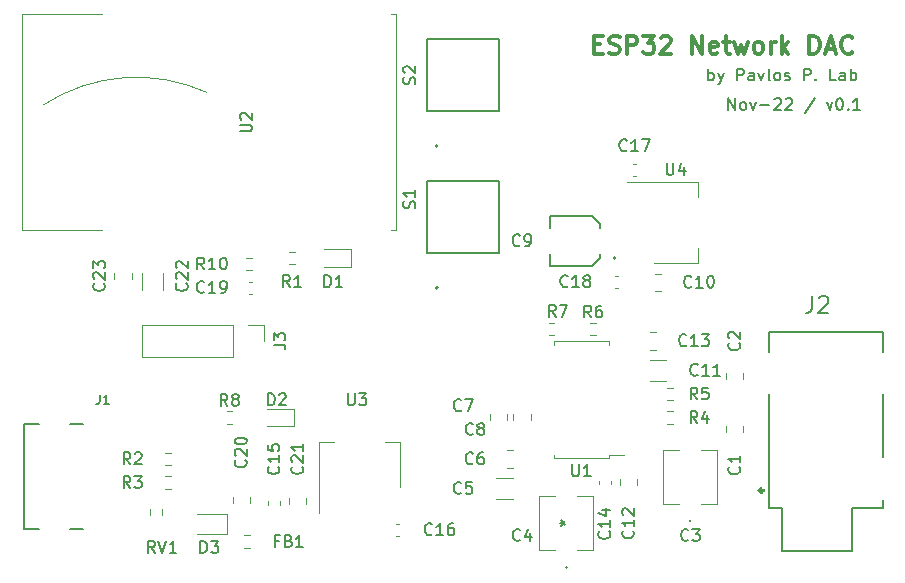
<source format=gbr>
%TF.GenerationSoftware,KiCad,Pcbnew,(6.0.8-1)-1*%
%TF.CreationDate,2022-11-20T20:32:36+00:00*%
%TF.ProjectId,esp32-network-dac,65737033-322d-46e6-9574-776f726b2d64,0.1*%
%TF.SameCoordinates,Original*%
%TF.FileFunction,Legend,Top*%
%TF.FilePolarity,Positive*%
%FSLAX46Y46*%
G04 Gerber Fmt 4.6, Leading zero omitted, Abs format (unit mm)*
G04 Created by KiCad (PCBNEW (6.0.8-1)-1) date 2022-11-20 20:32:36*
%MOMM*%
%LPD*%
G01*
G04 APERTURE LIST*
%ADD10C,0.150000*%
%ADD11C,0.300000*%
%ADD12C,0.120000*%
%ADD13C,0.127000*%
%ADD14C,0.340000*%
%ADD15C,0.200000*%
G04 APERTURE END LIST*
D10*
X152261904Y-79952380D02*
X152261904Y-78952380D01*
X152261904Y-79333333D02*
X152357142Y-79285714D01*
X152547619Y-79285714D01*
X152642857Y-79333333D01*
X152690476Y-79380952D01*
X152738095Y-79476190D01*
X152738095Y-79761904D01*
X152690476Y-79857142D01*
X152642857Y-79904761D01*
X152547619Y-79952380D01*
X152357142Y-79952380D01*
X152261904Y-79904761D01*
X153071428Y-79285714D02*
X153309523Y-79952380D01*
X153547619Y-79285714D02*
X153309523Y-79952380D01*
X153214285Y-80190476D01*
X153166666Y-80238095D01*
X153071428Y-80285714D01*
X154690476Y-79952380D02*
X154690476Y-78952380D01*
X155071428Y-78952380D01*
X155166666Y-79000000D01*
X155214285Y-79047619D01*
X155261904Y-79142857D01*
X155261904Y-79285714D01*
X155214285Y-79380952D01*
X155166666Y-79428571D01*
X155071428Y-79476190D01*
X154690476Y-79476190D01*
X156119047Y-79952380D02*
X156119047Y-79428571D01*
X156071428Y-79333333D01*
X155976190Y-79285714D01*
X155785714Y-79285714D01*
X155690476Y-79333333D01*
X156119047Y-79904761D02*
X156023809Y-79952380D01*
X155785714Y-79952380D01*
X155690476Y-79904761D01*
X155642857Y-79809523D01*
X155642857Y-79714285D01*
X155690476Y-79619047D01*
X155785714Y-79571428D01*
X156023809Y-79571428D01*
X156119047Y-79523809D01*
X156500000Y-79285714D02*
X156738095Y-79952380D01*
X156976190Y-79285714D01*
X157500000Y-79952380D02*
X157404761Y-79904761D01*
X157357142Y-79809523D01*
X157357142Y-78952380D01*
X158023809Y-79952380D02*
X157928571Y-79904761D01*
X157880952Y-79857142D01*
X157833333Y-79761904D01*
X157833333Y-79476190D01*
X157880952Y-79380952D01*
X157928571Y-79333333D01*
X158023809Y-79285714D01*
X158166666Y-79285714D01*
X158261904Y-79333333D01*
X158309523Y-79380952D01*
X158357142Y-79476190D01*
X158357142Y-79761904D01*
X158309523Y-79857142D01*
X158261904Y-79904761D01*
X158166666Y-79952380D01*
X158023809Y-79952380D01*
X158738095Y-79904761D02*
X158833333Y-79952380D01*
X159023809Y-79952380D01*
X159119047Y-79904761D01*
X159166666Y-79809523D01*
X159166666Y-79761904D01*
X159119047Y-79666666D01*
X159023809Y-79619047D01*
X158880952Y-79619047D01*
X158785714Y-79571428D01*
X158738095Y-79476190D01*
X158738095Y-79428571D01*
X158785714Y-79333333D01*
X158880952Y-79285714D01*
X159023809Y-79285714D01*
X159119047Y-79333333D01*
X160357142Y-79952380D02*
X160357142Y-78952380D01*
X160738095Y-78952380D01*
X160833333Y-79000000D01*
X160880952Y-79047619D01*
X160928571Y-79142857D01*
X160928571Y-79285714D01*
X160880952Y-79380952D01*
X160833333Y-79428571D01*
X160738095Y-79476190D01*
X160357142Y-79476190D01*
X161357142Y-79857142D02*
X161404761Y-79904761D01*
X161357142Y-79952380D01*
X161309523Y-79904761D01*
X161357142Y-79857142D01*
X161357142Y-79952380D01*
X163071428Y-79952380D02*
X162595238Y-79952380D01*
X162595238Y-78952380D01*
X163833333Y-79952380D02*
X163833333Y-79428571D01*
X163785714Y-79333333D01*
X163690476Y-79285714D01*
X163500000Y-79285714D01*
X163404761Y-79333333D01*
X163833333Y-79904761D02*
X163738095Y-79952380D01*
X163500000Y-79952380D01*
X163404761Y-79904761D01*
X163357142Y-79809523D01*
X163357142Y-79714285D01*
X163404761Y-79619047D01*
X163500000Y-79571428D01*
X163738095Y-79571428D01*
X163833333Y-79523809D01*
X164309523Y-79952380D02*
X164309523Y-78952380D01*
X164309523Y-79333333D02*
X164404761Y-79285714D01*
X164595238Y-79285714D01*
X164690476Y-79333333D01*
X164738095Y-79380952D01*
X164785714Y-79476190D01*
X164785714Y-79761904D01*
X164738095Y-79857142D01*
X164690476Y-79904761D01*
X164595238Y-79952380D01*
X164404761Y-79952380D01*
X164309523Y-79904761D01*
X153952380Y-82452380D02*
X153952380Y-81452380D01*
X154523809Y-82452380D01*
X154523809Y-81452380D01*
X155142857Y-82452380D02*
X155047619Y-82404761D01*
X155000000Y-82357142D01*
X154952380Y-82261904D01*
X154952380Y-81976190D01*
X155000000Y-81880952D01*
X155047619Y-81833333D01*
X155142857Y-81785714D01*
X155285714Y-81785714D01*
X155380952Y-81833333D01*
X155428571Y-81880952D01*
X155476190Y-81976190D01*
X155476190Y-82261904D01*
X155428571Y-82357142D01*
X155380952Y-82404761D01*
X155285714Y-82452380D01*
X155142857Y-82452380D01*
X155809523Y-81785714D02*
X156047619Y-82452380D01*
X156285714Y-81785714D01*
X156666666Y-82071428D02*
X157428571Y-82071428D01*
X157857142Y-81547619D02*
X157904761Y-81500000D01*
X158000000Y-81452380D01*
X158238095Y-81452380D01*
X158333333Y-81500000D01*
X158380952Y-81547619D01*
X158428571Y-81642857D01*
X158428571Y-81738095D01*
X158380952Y-81880952D01*
X157809523Y-82452380D01*
X158428571Y-82452380D01*
X158809523Y-81547619D02*
X158857142Y-81500000D01*
X158952380Y-81452380D01*
X159190476Y-81452380D01*
X159285714Y-81500000D01*
X159333333Y-81547619D01*
X159380952Y-81642857D01*
X159380952Y-81738095D01*
X159333333Y-81880952D01*
X158761904Y-82452380D01*
X159380952Y-82452380D01*
X161285714Y-81404761D02*
X160428571Y-82690476D01*
X162285714Y-81785714D02*
X162523809Y-82452380D01*
X162761904Y-81785714D01*
X163333333Y-81452380D02*
X163428571Y-81452380D01*
X163523809Y-81500000D01*
X163571428Y-81547619D01*
X163619047Y-81642857D01*
X163666666Y-81833333D01*
X163666666Y-82071428D01*
X163619047Y-82261904D01*
X163571428Y-82357142D01*
X163523809Y-82404761D01*
X163428571Y-82452380D01*
X163333333Y-82452380D01*
X163238095Y-82404761D01*
X163190476Y-82357142D01*
X163142857Y-82261904D01*
X163095238Y-82071428D01*
X163095238Y-81833333D01*
X163142857Y-81642857D01*
X163190476Y-81547619D01*
X163238095Y-81500000D01*
X163333333Y-81452380D01*
X164095238Y-82357142D02*
X164142857Y-82404761D01*
X164095238Y-82452380D01*
X164047619Y-82404761D01*
X164095238Y-82357142D01*
X164095238Y-82452380D01*
X165095238Y-82452380D02*
X164523809Y-82452380D01*
X164809523Y-82452380D02*
X164809523Y-81452380D01*
X164714285Y-81595238D01*
X164619047Y-81690476D01*
X164523809Y-81738095D01*
D11*
X142607142Y-76892857D02*
X143107142Y-76892857D01*
X143321428Y-77678571D02*
X142607142Y-77678571D01*
X142607142Y-76178571D01*
X143321428Y-76178571D01*
X143892857Y-77607142D02*
X144107142Y-77678571D01*
X144464285Y-77678571D01*
X144607142Y-77607142D01*
X144678571Y-77535714D01*
X144750000Y-77392857D01*
X144750000Y-77250000D01*
X144678571Y-77107142D01*
X144607142Y-77035714D01*
X144464285Y-76964285D01*
X144178571Y-76892857D01*
X144035714Y-76821428D01*
X143964285Y-76750000D01*
X143892857Y-76607142D01*
X143892857Y-76464285D01*
X143964285Y-76321428D01*
X144035714Y-76250000D01*
X144178571Y-76178571D01*
X144535714Y-76178571D01*
X144750000Y-76250000D01*
X145392857Y-77678571D02*
X145392857Y-76178571D01*
X145964285Y-76178571D01*
X146107142Y-76250000D01*
X146178571Y-76321428D01*
X146250000Y-76464285D01*
X146250000Y-76678571D01*
X146178571Y-76821428D01*
X146107142Y-76892857D01*
X145964285Y-76964285D01*
X145392857Y-76964285D01*
X146750000Y-76178571D02*
X147678571Y-76178571D01*
X147178571Y-76750000D01*
X147392857Y-76750000D01*
X147535714Y-76821428D01*
X147607142Y-76892857D01*
X147678571Y-77035714D01*
X147678571Y-77392857D01*
X147607142Y-77535714D01*
X147535714Y-77607142D01*
X147392857Y-77678571D01*
X146964285Y-77678571D01*
X146821428Y-77607142D01*
X146750000Y-77535714D01*
X148250000Y-76321428D02*
X148321428Y-76250000D01*
X148464285Y-76178571D01*
X148821428Y-76178571D01*
X148964285Y-76250000D01*
X149035714Y-76321428D01*
X149107142Y-76464285D01*
X149107142Y-76607142D01*
X149035714Y-76821428D01*
X148178571Y-77678571D01*
X149107142Y-77678571D01*
X150892857Y-77678571D02*
X150892857Y-76178571D01*
X151750000Y-77678571D01*
X151750000Y-76178571D01*
X153035714Y-77607142D02*
X152892857Y-77678571D01*
X152607142Y-77678571D01*
X152464285Y-77607142D01*
X152392857Y-77464285D01*
X152392857Y-76892857D01*
X152464285Y-76750000D01*
X152607142Y-76678571D01*
X152892857Y-76678571D01*
X153035714Y-76750000D01*
X153107142Y-76892857D01*
X153107142Y-77035714D01*
X152392857Y-77178571D01*
X153535714Y-76678571D02*
X154107142Y-76678571D01*
X153750000Y-76178571D02*
X153750000Y-77464285D01*
X153821428Y-77607142D01*
X153964285Y-77678571D01*
X154107142Y-77678571D01*
X154464285Y-76678571D02*
X154750000Y-77678571D01*
X155035714Y-76964285D01*
X155321428Y-77678571D01*
X155607142Y-76678571D01*
X156392857Y-77678571D02*
X156250000Y-77607142D01*
X156178571Y-77535714D01*
X156107142Y-77392857D01*
X156107142Y-76964285D01*
X156178571Y-76821428D01*
X156250000Y-76750000D01*
X156392857Y-76678571D01*
X156607142Y-76678571D01*
X156750000Y-76750000D01*
X156821428Y-76821428D01*
X156892857Y-76964285D01*
X156892857Y-77392857D01*
X156821428Y-77535714D01*
X156750000Y-77607142D01*
X156607142Y-77678571D01*
X156392857Y-77678571D01*
X157535714Y-77678571D02*
X157535714Y-76678571D01*
X157535714Y-76964285D02*
X157607142Y-76821428D01*
X157678571Y-76750000D01*
X157821428Y-76678571D01*
X157964285Y-76678571D01*
X158464285Y-77678571D02*
X158464285Y-76178571D01*
X158607142Y-77107142D02*
X159035714Y-77678571D01*
X159035714Y-76678571D02*
X158464285Y-77250000D01*
X160821428Y-77678571D02*
X160821428Y-76178571D01*
X161178571Y-76178571D01*
X161392857Y-76250000D01*
X161535714Y-76392857D01*
X161607142Y-76535714D01*
X161678571Y-76821428D01*
X161678571Y-77035714D01*
X161607142Y-77321428D01*
X161535714Y-77464285D01*
X161392857Y-77607142D01*
X161178571Y-77678571D01*
X160821428Y-77678571D01*
X162250000Y-77250000D02*
X162964285Y-77250000D01*
X162107142Y-77678571D02*
X162607142Y-76178571D01*
X163107142Y-77678571D01*
X164464285Y-77535714D02*
X164392857Y-77607142D01*
X164178571Y-77678571D01*
X164035714Y-77678571D01*
X163821428Y-77607142D01*
X163678571Y-77464285D01*
X163607142Y-77321428D01*
X163535714Y-77035714D01*
X163535714Y-76821428D01*
X163607142Y-76535714D01*
X163678571Y-76392857D01*
X163821428Y-76250000D01*
X164035714Y-76178571D01*
X164178571Y-76178571D01*
X164392857Y-76250000D01*
X164464285Y-76321428D01*
D10*
%TO.C,R4*%
X151333333Y-108952380D02*
X151000000Y-108476190D01*
X150761904Y-108952380D02*
X150761904Y-107952380D01*
X151142857Y-107952380D01*
X151238095Y-108000000D01*
X151285714Y-108047619D01*
X151333333Y-108142857D01*
X151333333Y-108285714D01*
X151285714Y-108380952D01*
X151238095Y-108428571D01*
X151142857Y-108476190D01*
X150761904Y-108476190D01*
X152190476Y-108285714D02*
X152190476Y-108952380D01*
X151952380Y-107904761D02*
X151714285Y-108619047D01*
X152333333Y-108619047D01*
%TO.C,R3*%
X103333333Y-114452380D02*
X103000000Y-113976190D01*
X102761904Y-114452380D02*
X102761904Y-113452380D01*
X103142857Y-113452380D01*
X103238095Y-113500000D01*
X103285714Y-113547619D01*
X103333333Y-113642857D01*
X103333333Y-113785714D01*
X103285714Y-113880952D01*
X103238095Y-113928571D01*
X103142857Y-113976190D01*
X102761904Y-113976190D01*
X103666666Y-113452380D02*
X104285714Y-113452380D01*
X103952380Y-113833333D01*
X104095238Y-113833333D01*
X104190476Y-113880952D01*
X104238095Y-113928571D01*
X104285714Y-114023809D01*
X104285714Y-114261904D01*
X104238095Y-114357142D01*
X104190476Y-114404761D01*
X104095238Y-114452380D01*
X103809523Y-114452380D01*
X103714285Y-114404761D01*
X103666666Y-114357142D01*
%TO.C,RV1*%
X105404761Y-119952380D02*
X105071428Y-119476190D01*
X104833333Y-119952380D02*
X104833333Y-118952380D01*
X105214285Y-118952380D01*
X105309523Y-119000000D01*
X105357142Y-119047619D01*
X105404761Y-119142857D01*
X105404761Y-119285714D01*
X105357142Y-119380952D01*
X105309523Y-119428571D01*
X105214285Y-119476190D01*
X104833333Y-119476190D01*
X105690476Y-118952380D02*
X106023809Y-119952380D01*
X106357142Y-118952380D01*
X107214285Y-119952380D02*
X106642857Y-119952380D01*
X106928571Y-119952380D02*
X106928571Y-118952380D01*
X106833333Y-119095238D01*
X106738095Y-119190476D01*
X106642857Y-119238095D01*
%TO.C,J2*%
X161033029Y-98232833D02*
X161033029Y-99233485D01*
X160966318Y-99433615D01*
X160832898Y-99567036D01*
X160632768Y-99633746D01*
X160499347Y-99633746D01*
X161633420Y-98366253D02*
X161700130Y-98299543D01*
X161833550Y-98232833D01*
X162167101Y-98232833D01*
X162300521Y-98299543D01*
X162367231Y-98366253D01*
X162433942Y-98499673D01*
X162433942Y-98633094D01*
X162367231Y-98833224D01*
X161566710Y-99633746D01*
X162433942Y-99633746D01*
%TO.C,R2*%
X103333333Y-112452380D02*
X103000000Y-111976190D01*
X102761904Y-112452380D02*
X102761904Y-111452380D01*
X103142857Y-111452380D01*
X103238095Y-111500000D01*
X103285714Y-111547619D01*
X103333333Y-111642857D01*
X103333333Y-111785714D01*
X103285714Y-111880952D01*
X103238095Y-111928571D01*
X103142857Y-111976190D01*
X102761904Y-111976190D01*
X103714285Y-111547619D02*
X103761904Y-111500000D01*
X103857142Y-111452380D01*
X104095238Y-111452380D01*
X104190476Y-111500000D01*
X104238095Y-111547619D01*
X104285714Y-111642857D01*
X104285714Y-111738095D01*
X104238095Y-111880952D01*
X103666666Y-112452380D01*
X104285714Y-112452380D01*
%TO.C,C9*%
X136303333Y-93897142D02*
X136255714Y-93944761D01*
X136112857Y-93992380D01*
X136017619Y-93992380D01*
X135874761Y-93944761D01*
X135779523Y-93849523D01*
X135731904Y-93754285D01*
X135684285Y-93563809D01*
X135684285Y-93420952D01*
X135731904Y-93230476D01*
X135779523Y-93135238D01*
X135874761Y-93040000D01*
X136017619Y-92992380D01*
X136112857Y-92992380D01*
X136255714Y-93040000D01*
X136303333Y-93087619D01*
X136779523Y-93992380D02*
X136970000Y-93992380D01*
X137065238Y-93944761D01*
X137112857Y-93897142D01*
X137208095Y-93754285D01*
X137255714Y-93563809D01*
X137255714Y-93182857D01*
X137208095Y-93087619D01*
X137160476Y-93040000D01*
X137065238Y-92992380D01*
X136874761Y-92992380D01*
X136779523Y-93040000D01*
X136731904Y-93087619D01*
X136684285Y-93182857D01*
X136684285Y-93420952D01*
X136731904Y-93516190D01*
X136779523Y-93563809D01*
X136874761Y-93611428D01*
X137065238Y-93611428D01*
X137160476Y-93563809D01*
X137208095Y-93516190D01*
X137255714Y-93420952D01*
%TO.C,J3*%
X115452380Y-102333333D02*
X116166666Y-102333333D01*
X116309523Y-102380952D01*
X116404761Y-102476190D01*
X116452380Y-102619047D01*
X116452380Y-102714285D01*
X115452380Y-101952380D02*
X115452380Y-101333333D01*
X115833333Y-101666666D01*
X115833333Y-101523809D01*
X115880952Y-101428571D01*
X115928571Y-101380952D01*
X116023809Y-101333333D01*
X116261904Y-101333333D01*
X116357142Y-101380952D01*
X116404761Y-101428571D01*
X116452380Y-101523809D01*
X116452380Y-101809523D01*
X116404761Y-101904761D01*
X116357142Y-101952380D01*
%TO.C,U3*%
X121738095Y-106452380D02*
X121738095Y-107261904D01*
X121785714Y-107357142D01*
X121833333Y-107404761D01*
X121928571Y-107452380D01*
X122119047Y-107452380D01*
X122214285Y-107404761D01*
X122261904Y-107357142D01*
X122309523Y-107261904D01*
X122309523Y-106452380D01*
X122690476Y-106452380D02*
X123309523Y-106452380D01*
X122976190Y-106833333D01*
X123119047Y-106833333D01*
X123214285Y-106880952D01*
X123261904Y-106928571D01*
X123309523Y-107023809D01*
X123309523Y-107261904D01*
X123261904Y-107357142D01*
X123214285Y-107404761D01*
X123119047Y-107452380D01*
X122833333Y-107452380D01*
X122738095Y-107404761D01*
X122690476Y-107357142D01*
%TO.C,C12*%
X145857142Y-118092857D02*
X145904761Y-118140476D01*
X145952380Y-118283333D01*
X145952380Y-118378571D01*
X145904761Y-118521428D01*
X145809523Y-118616666D01*
X145714285Y-118664285D01*
X145523809Y-118711904D01*
X145380952Y-118711904D01*
X145190476Y-118664285D01*
X145095238Y-118616666D01*
X145000000Y-118521428D01*
X144952380Y-118378571D01*
X144952380Y-118283333D01*
X145000000Y-118140476D01*
X145047619Y-118092857D01*
X145952380Y-117140476D02*
X145952380Y-117711904D01*
X145952380Y-117426190D02*
X144952380Y-117426190D01*
X145095238Y-117521428D01*
X145190476Y-117616666D01*
X145238095Y-117711904D01*
X145047619Y-116759523D02*
X145000000Y-116711904D01*
X144952380Y-116616666D01*
X144952380Y-116378571D01*
X145000000Y-116283333D01*
X145047619Y-116235714D01*
X145142857Y-116188095D01*
X145238095Y-116188095D01*
X145380952Y-116235714D01*
X145952380Y-116807142D01*
X145952380Y-116188095D01*
%TO.C,C21*%
X117857142Y-112642857D02*
X117904761Y-112690476D01*
X117952380Y-112833333D01*
X117952380Y-112928571D01*
X117904761Y-113071428D01*
X117809523Y-113166666D01*
X117714285Y-113214285D01*
X117523809Y-113261904D01*
X117380952Y-113261904D01*
X117190476Y-113214285D01*
X117095238Y-113166666D01*
X117000000Y-113071428D01*
X116952380Y-112928571D01*
X116952380Y-112833333D01*
X117000000Y-112690476D01*
X117047619Y-112642857D01*
X117047619Y-112261904D02*
X117000000Y-112214285D01*
X116952380Y-112119047D01*
X116952380Y-111880952D01*
X117000000Y-111785714D01*
X117047619Y-111738095D01*
X117142857Y-111690476D01*
X117238095Y-111690476D01*
X117380952Y-111738095D01*
X117952380Y-112309523D01*
X117952380Y-111690476D01*
X117952380Y-110738095D02*
X117952380Y-111309523D01*
X117952380Y-111023809D02*
X116952380Y-111023809D01*
X117095238Y-111119047D01*
X117190476Y-111214285D01*
X117238095Y-111309523D01*
%TO.C,R10*%
X109574142Y-95952380D02*
X109240809Y-95476190D01*
X109002714Y-95952380D02*
X109002714Y-94952380D01*
X109383666Y-94952380D01*
X109478904Y-95000000D01*
X109526523Y-95047619D01*
X109574142Y-95142857D01*
X109574142Y-95285714D01*
X109526523Y-95380952D01*
X109478904Y-95428571D01*
X109383666Y-95476190D01*
X109002714Y-95476190D01*
X110526523Y-95952380D02*
X109955095Y-95952380D01*
X110240809Y-95952380D02*
X110240809Y-94952380D01*
X110145571Y-95095238D01*
X110050333Y-95190476D01*
X109955095Y-95238095D01*
X111145571Y-94952380D02*
X111240809Y-94952380D01*
X111336047Y-95000000D01*
X111383666Y-95047619D01*
X111431285Y-95142857D01*
X111478904Y-95333333D01*
X111478904Y-95571428D01*
X111431285Y-95761904D01*
X111383666Y-95857142D01*
X111336047Y-95904761D01*
X111240809Y-95952380D01*
X111145571Y-95952380D01*
X111050333Y-95904761D01*
X111002714Y-95857142D01*
X110955095Y-95761904D01*
X110907476Y-95571428D01*
X110907476Y-95333333D01*
X110955095Y-95142857D01*
X111002714Y-95047619D01*
X111050333Y-95000000D01*
X111145571Y-94952380D01*
%TO.C,C8*%
X132333333Y-109857142D02*
X132285714Y-109904761D01*
X132142857Y-109952380D01*
X132047619Y-109952380D01*
X131904761Y-109904761D01*
X131809523Y-109809523D01*
X131761904Y-109714285D01*
X131714285Y-109523809D01*
X131714285Y-109380952D01*
X131761904Y-109190476D01*
X131809523Y-109095238D01*
X131904761Y-109000000D01*
X132047619Y-108952380D01*
X132142857Y-108952380D01*
X132285714Y-109000000D01*
X132333333Y-109047619D01*
X132904761Y-109380952D02*
X132809523Y-109333333D01*
X132761904Y-109285714D01*
X132714285Y-109190476D01*
X132714285Y-109142857D01*
X132761904Y-109047619D01*
X132809523Y-109000000D01*
X132904761Y-108952380D01*
X133095238Y-108952380D01*
X133190476Y-109000000D01*
X133238095Y-109047619D01*
X133285714Y-109142857D01*
X133285714Y-109190476D01*
X133238095Y-109285714D01*
X133190476Y-109333333D01*
X133095238Y-109380952D01*
X132904761Y-109380952D01*
X132809523Y-109428571D01*
X132761904Y-109476190D01*
X132714285Y-109571428D01*
X132714285Y-109761904D01*
X132761904Y-109857142D01*
X132809523Y-109904761D01*
X132904761Y-109952380D01*
X133095238Y-109952380D01*
X133190476Y-109904761D01*
X133238095Y-109857142D01*
X133285714Y-109761904D01*
X133285714Y-109571428D01*
X133238095Y-109476190D01*
X133190476Y-109428571D01*
X133095238Y-109380952D01*
%TO.C,C14*%
X143857142Y-118142857D02*
X143904761Y-118190476D01*
X143952380Y-118333333D01*
X143952380Y-118428571D01*
X143904761Y-118571428D01*
X143809523Y-118666666D01*
X143714285Y-118714285D01*
X143523809Y-118761904D01*
X143380952Y-118761904D01*
X143190476Y-118714285D01*
X143095238Y-118666666D01*
X143000000Y-118571428D01*
X142952380Y-118428571D01*
X142952380Y-118333333D01*
X143000000Y-118190476D01*
X143047619Y-118142857D01*
X143952380Y-117190476D02*
X143952380Y-117761904D01*
X143952380Y-117476190D02*
X142952380Y-117476190D01*
X143095238Y-117571428D01*
X143190476Y-117666666D01*
X143238095Y-117761904D01*
X143285714Y-116333333D02*
X143952380Y-116333333D01*
X142904761Y-116571428D02*
X143619047Y-116809523D01*
X143619047Y-116190476D01*
%TO.C,C19*%
X109574142Y-97857142D02*
X109526523Y-97904761D01*
X109383666Y-97952380D01*
X109288428Y-97952380D01*
X109145571Y-97904761D01*
X109050333Y-97809523D01*
X109002714Y-97714285D01*
X108955095Y-97523809D01*
X108955095Y-97380952D01*
X109002714Y-97190476D01*
X109050333Y-97095238D01*
X109145571Y-97000000D01*
X109288428Y-96952380D01*
X109383666Y-96952380D01*
X109526523Y-97000000D01*
X109574142Y-97047619D01*
X110526523Y-97952380D02*
X109955095Y-97952380D01*
X110240809Y-97952380D02*
X110240809Y-96952380D01*
X110145571Y-97095238D01*
X110050333Y-97190476D01*
X109955095Y-97238095D01*
X111002714Y-97952380D02*
X111193190Y-97952380D01*
X111288428Y-97904761D01*
X111336047Y-97857142D01*
X111431285Y-97714285D01*
X111478904Y-97523809D01*
X111478904Y-97142857D01*
X111431285Y-97047619D01*
X111383666Y-97000000D01*
X111288428Y-96952380D01*
X111097952Y-96952380D01*
X111002714Y-97000000D01*
X110955095Y-97047619D01*
X110907476Y-97142857D01*
X110907476Y-97380952D01*
X110955095Y-97476190D01*
X111002714Y-97523809D01*
X111097952Y-97571428D01*
X111288428Y-97571428D01*
X111383666Y-97523809D01*
X111431285Y-97476190D01*
X111478904Y-97380952D01*
%TO.C,C16*%
X128857142Y-118357142D02*
X128809523Y-118404761D01*
X128666666Y-118452380D01*
X128571428Y-118452380D01*
X128428571Y-118404761D01*
X128333333Y-118309523D01*
X128285714Y-118214285D01*
X128238095Y-118023809D01*
X128238095Y-117880952D01*
X128285714Y-117690476D01*
X128333333Y-117595238D01*
X128428571Y-117500000D01*
X128571428Y-117452380D01*
X128666666Y-117452380D01*
X128809523Y-117500000D01*
X128857142Y-117547619D01*
X129809523Y-118452380D02*
X129238095Y-118452380D01*
X129523809Y-118452380D02*
X129523809Y-117452380D01*
X129428571Y-117595238D01*
X129333333Y-117690476D01*
X129238095Y-117738095D01*
X130666666Y-117452380D02*
X130476190Y-117452380D01*
X130380952Y-117500000D01*
X130333333Y-117547619D01*
X130238095Y-117690476D01*
X130190476Y-117880952D01*
X130190476Y-118261904D01*
X130238095Y-118357142D01*
X130285714Y-118404761D01*
X130380952Y-118452380D01*
X130571428Y-118452380D01*
X130666666Y-118404761D01*
X130714285Y-118357142D01*
X130761904Y-118261904D01*
X130761904Y-118023809D01*
X130714285Y-117928571D01*
X130666666Y-117880952D01*
X130571428Y-117833333D01*
X130380952Y-117833333D01*
X130285714Y-117880952D01*
X130238095Y-117928571D01*
X130190476Y-118023809D01*
%TO.C,C23*%
X101074142Y-97142857D02*
X101121761Y-97190476D01*
X101169380Y-97333333D01*
X101169380Y-97428571D01*
X101121761Y-97571428D01*
X101026523Y-97666666D01*
X100931285Y-97714285D01*
X100740809Y-97761904D01*
X100597952Y-97761904D01*
X100407476Y-97714285D01*
X100312238Y-97666666D01*
X100217000Y-97571428D01*
X100169380Y-97428571D01*
X100169380Y-97333333D01*
X100217000Y-97190476D01*
X100264619Y-97142857D01*
X100264619Y-96761904D02*
X100217000Y-96714285D01*
X100169380Y-96619047D01*
X100169380Y-96380952D01*
X100217000Y-96285714D01*
X100264619Y-96238095D01*
X100359857Y-96190476D01*
X100455095Y-96190476D01*
X100597952Y-96238095D01*
X101169380Y-96809523D01*
X101169380Y-96190476D01*
X100169380Y-95857142D02*
X100169380Y-95238095D01*
X100550333Y-95571428D01*
X100550333Y-95428571D01*
X100597952Y-95333333D01*
X100645571Y-95285714D01*
X100740809Y-95238095D01*
X100978904Y-95238095D01*
X101074142Y-95285714D01*
X101121761Y-95333333D01*
X101169380Y-95428571D01*
X101169380Y-95714285D01*
X101121761Y-95809523D01*
X101074142Y-95857142D01*
%TO.C,R7*%
X139333333Y-99952380D02*
X139000000Y-99476190D01*
X138761904Y-99952380D02*
X138761904Y-98952380D01*
X139142857Y-98952380D01*
X139238095Y-99000000D01*
X139285714Y-99047619D01*
X139333333Y-99142857D01*
X139333333Y-99285714D01*
X139285714Y-99380952D01*
X139238095Y-99428571D01*
X139142857Y-99476190D01*
X138761904Y-99476190D01*
X139666666Y-98952380D02*
X140333333Y-98952380D01*
X139904761Y-99952380D01*
%TO.C,S1*%
X127404761Y-90761904D02*
X127452380Y-90619047D01*
X127452380Y-90380952D01*
X127404761Y-90285714D01*
X127357142Y-90238095D01*
X127261904Y-90190476D01*
X127166666Y-90190476D01*
X127071428Y-90238095D01*
X127023809Y-90285714D01*
X126976190Y-90380952D01*
X126928571Y-90571428D01*
X126880952Y-90666666D01*
X126833333Y-90714285D01*
X126738095Y-90761904D01*
X126642857Y-90761904D01*
X126547619Y-90714285D01*
X126500000Y-90666666D01*
X126452380Y-90571428D01*
X126452380Y-90333333D01*
X126500000Y-90190476D01*
X127452380Y-89238095D02*
X127452380Y-89809523D01*
X127452380Y-89523809D02*
X126452380Y-89523809D01*
X126595238Y-89619047D01*
X126690476Y-89714285D01*
X126738095Y-89809523D01*
%TO.C,R8*%
X111550333Y-107522380D02*
X111217000Y-107046190D01*
X110978904Y-107522380D02*
X110978904Y-106522380D01*
X111359857Y-106522380D01*
X111455095Y-106570000D01*
X111502714Y-106617619D01*
X111550333Y-106712857D01*
X111550333Y-106855714D01*
X111502714Y-106950952D01*
X111455095Y-106998571D01*
X111359857Y-107046190D01*
X110978904Y-107046190D01*
X112121761Y-106950952D02*
X112026523Y-106903333D01*
X111978904Y-106855714D01*
X111931285Y-106760476D01*
X111931285Y-106712857D01*
X111978904Y-106617619D01*
X112026523Y-106570000D01*
X112121761Y-106522380D01*
X112312238Y-106522380D01*
X112407476Y-106570000D01*
X112455095Y-106617619D01*
X112502714Y-106712857D01*
X112502714Y-106760476D01*
X112455095Y-106855714D01*
X112407476Y-106903333D01*
X112312238Y-106950952D01*
X112121761Y-106950952D01*
X112026523Y-106998571D01*
X111978904Y-107046190D01*
X111931285Y-107141428D01*
X111931285Y-107331904D01*
X111978904Y-107427142D01*
X112026523Y-107474761D01*
X112121761Y-107522380D01*
X112312238Y-107522380D01*
X112407476Y-107474761D01*
X112455095Y-107427142D01*
X112502714Y-107331904D01*
X112502714Y-107141428D01*
X112455095Y-107046190D01*
X112407476Y-106998571D01*
X112312238Y-106950952D01*
%TO.C,U2*%
X112619582Y-84261904D02*
X113429106Y-84261904D01*
X113524344Y-84214285D01*
X113571963Y-84166666D01*
X113619582Y-84071428D01*
X113619582Y-83880952D01*
X113571963Y-83785714D01*
X113524344Y-83738095D01*
X113429106Y-83690476D01*
X112619582Y-83690476D01*
X112714821Y-83261904D02*
X112667202Y-83214285D01*
X112619582Y-83119047D01*
X112619582Y-82880952D01*
X112667202Y-82785714D01*
X112714821Y-82738095D01*
X112810059Y-82690476D01*
X112905297Y-82690476D01*
X113048154Y-82738095D01*
X113619582Y-83309523D01*
X113619582Y-82690476D01*
%TO.C,C6*%
X132333333Y-112357142D02*
X132285714Y-112404761D01*
X132142857Y-112452380D01*
X132047619Y-112452380D01*
X131904761Y-112404761D01*
X131809523Y-112309523D01*
X131761904Y-112214285D01*
X131714285Y-112023809D01*
X131714285Y-111880952D01*
X131761904Y-111690476D01*
X131809523Y-111595238D01*
X131904761Y-111500000D01*
X132047619Y-111452380D01*
X132142857Y-111452380D01*
X132285714Y-111500000D01*
X132333333Y-111547619D01*
X133190476Y-111452380D02*
X133000000Y-111452380D01*
X132904761Y-111500000D01*
X132857142Y-111547619D01*
X132761904Y-111690476D01*
X132714285Y-111880952D01*
X132714285Y-112261904D01*
X132761904Y-112357142D01*
X132809523Y-112404761D01*
X132904761Y-112452380D01*
X133095238Y-112452380D01*
X133190476Y-112404761D01*
X133238095Y-112357142D01*
X133285714Y-112261904D01*
X133285714Y-112023809D01*
X133238095Y-111928571D01*
X133190476Y-111880952D01*
X133095238Y-111833333D01*
X132904761Y-111833333D01*
X132809523Y-111880952D01*
X132761904Y-111928571D01*
X132714285Y-112023809D01*
%TO.C,R6*%
X142333333Y-100022380D02*
X142000000Y-99546190D01*
X141761904Y-100022380D02*
X141761904Y-99022380D01*
X142142857Y-99022380D01*
X142238095Y-99070000D01*
X142285714Y-99117619D01*
X142333333Y-99212857D01*
X142333333Y-99355714D01*
X142285714Y-99450952D01*
X142238095Y-99498571D01*
X142142857Y-99546190D01*
X141761904Y-99546190D01*
X143190476Y-99022380D02*
X143000000Y-99022380D01*
X142904761Y-99070000D01*
X142857142Y-99117619D01*
X142761904Y-99260476D01*
X142714285Y-99450952D01*
X142714285Y-99831904D01*
X142761904Y-99927142D01*
X142809523Y-99974761D01*
X142904761Y-100022380D01*
X143095238Y-100022380D01*
X143190476Y-99974761D01*
X143238095Y-99927142D01*
X143285714Y-99831904D01*
X143285714Y-99593809D01*
X143238095Y-99498571D01*
X143190476Y-99450952D01*
X143095238Y-99403333D01*
X142904761Y-99403333D01*
X142809523Y-99450952D01*
X142761904Y-99498571D01*
X142714285Y-99593809D01*
%TO.C,C10*%
X150827142Y-97397142D02*
X150779523Y-97444761D01*
X150636666Y-97492380D01*
X150541428Y-97492380D01*
X150398571Y-97444761D01*
X150303333Y-97349523D01*
X150255714Y-97254285D01*
X150208095Y-97063809D01*
X150208095Y-96920952D01*
X150255714Y-96730476D01*
X150303333Y-96635238D01*
X150398571Y-96540000D01*
X150541428Y-96492380D01*
X150636666Y-96492380D01*
X150779523Y-96540000D01*
X150827142Y-96587619D01*
X151779523Y-97492380D02*
X151208095Y-97492380D01*
X151493809Y-97492380D02*
X151493809Y-96492380D01*
X151398571Y-96635238D01*
X151303333Y-96730476D01*
X151208095Y-96778095D01*
X152398571Y-96492380D02*
X152493809Y-96492380D01*
X152589047Y-96540000D01*
X152636666Y-96587619D01*
X152684285Y-96682857D01*
X152731904Y-96873333D01*
X152731904Y-97111428D01*
X152684285Y-97301904D01*
X152636666Y-97397142D01*
X152589047Y-97444761D01*
X152493809Y-97492380D01*
X152398571Y-97492380D01*
X152303333Y-97444761D01*
X152255714Y-97397142D01*
X152208095Y-97301904D01*
X152160476Y-97111428D01*
X152160476Y-96873333D01*
X152208095Y-96682857D01*
X152255714Y-96587619D01*
X152303333Y-96540000D01*
X152398571Y-96492380D01*
%TO.C,R5*%
X151333333Y-106952380D02*
X151000000Y-106476190D01*
X150761904Y-106952380D02*
X150761904Y-105952380D01*
X151142857Y-105952380D01*
X151238095Y-106000000D01*
X151285714Y-106047619D01*
X151333333Y-106142857D01*
X151333333Y-106285714D01*
X151285714Y-106380952D01*
X151238095Y-106428571D01*
X151142857Y-106476190D01*
X150761904Y-106476190D01*
X152238095Y-105952380D02*
X151761904Y-105952380D01*
X151714285Y-106428571D01*
X151761904Y-106380952D01*
X151857142Y-106333333D01*
X152095238Y-106333333D01*
X152190476Y-106380952D01*
X152238095Y-106428571D01*
X152285714Y-106523809D01*
X152285714Y-106761904D01*
X152238095Y-106857142D01*
X152190476Y-106904761D01*
X152095238Y-106952380D01*
X151857142Y-106952380D01*
X151761904Y-106904761D01*
X151714285Y-106857142D01*
%TO.C,C11*%
X151357142Y-104857142D02*
X151309523Y-104904761D01*
X151166666Y-104952380D01*
X151071428Y-104952380D01*
X150928571Y-104904761D01*
X150833333Y-104809523D01*
X150785714Y-104714285D01*
X150738095Y-104523809D01*
X150738095Y-104380952D01*
X150785714Y-104190476D01*
X150833333Y-104095238D01*
X150928571Y-104000000D01*
X151071428Y-103952380D01*
X151166666Y-103952380D01*
X151309523Y-104000000D01*
X151357142Y-104047619D01*
X152309523Y-104952380D02*
X151738095Y-104952380D01*
X152023809Y-104952380D02*
X152023809Y-103952380D01*
X151928571Y-104095238D01*
X151833333Y-104190476D01*
X151738095Y-104238095D01*
X153261904Y-104952380D02*
X152690476Y-104952380D01*
X152976190Y-104952380D02*
X152976190Y-103952380D01*
X152880952Y-104095238D01*
X152785714Y-104190476D01*
X152690476Y-104238095D01*
%TO.C,C15*%
X115857142Y-112642857D02*
X115904761Y-112690476D01*
X115952380Y-112833333D01*
X115952380Y-112928571D01*
X115904761Y-113071428D01*
X115809523Y-113166666D01*
X115714285Y-113214285D01*
X115523809Y-113261904D01*
X115380952Y-113261904D01*
X115190476Y-113214285D01*
X115095238Y-113166666D01*
X115000000Y-113071428D01*
X114952380Y-112928571D01*
X114952380Y-112833333D01*
X115000000Y-112690476D01*
X115047619Y-112642857D01*
X115952380Y-111690476D02*
X115952380Y-112261904D01*
X115952380Y-111976190D02*
X114952380Y-111976190D01*
X115095238Y-112071428D01*
X115190476Y-112166666D01*
X115238095Y-112261904D01*
X114952380Y-110785714D02*
X114952380Y-111261904D01*
X115428571Y-111309523D01*
X115380952Y-111261904D01*
X115333333Y-111166666D01*
X115333333Y-110928571D01*
X115380952Y-110833333D01*
X115428571Y-110785714D01*
X115523809Y-110738095D01*
X115761904Y-110738095D01*
X115857142Y-110785714D01*
X115904761Y-110833333D01*
X115952380Y-110928571D01*
X115952380Y-111166666D01*
X115904761Y-111261904D01*
X115857142Y-111309523D01*
%TO.C,J1*%
X100737532Y-106568803D02*
X100737532Y-107131233D01*
X100700037Y-107243719D01*
X100625046Y-107318710D01*
X100512560Y-107356205D01*
X100437570Y-107356205D01*
X101524934Y-107356205D02*
X101074990Y-107356205D01*
X101299962Y-107356205D02*
X101299962Y-106568803D01*
X101224972Y-106681289D01*
X101149981Y-106756280D01*
X101074990Y-106793775D01*
%TO.C,C13*%
X150407142Y-102357142D02*
X150359523Y-102404761D01*
X150216666Y-102452380D01*
X150121428Y-102452380D01*
X149978571Y-102404761D01*
X149883333Y-102309523D01*
X149835714Y-102214285D01*
X149788095Y-102023809D01*
X149788095Y-101880952D01*
X149835714Y-101690476D01*
X149883333Y-101595238D01*
X149978571Y-101500000D01*
X150121428Y-101452380D01*
X150216666Y-101452380D01*
X150359523Y-101500000D01*
X150407142Y-101547619D01*
X151359523Y-102452380D02*
X150788095Y-102452380D01*
X151073809Y-102452380D02*
X151073809Y-101452380D01*
X150978571Y-101595238D01*
X150883333Y-101690476D01*
X150788095Y-101738095D01*
X151692857Y-101452380D02*
X152311904Y-101452380D01*
X151978571Y-101833333D01*
X152121428Y-101833333D01*
X152216666Y-101880952D01*
X152264285Y-101928571D01*
X152311904Y-102023809D01*
X152311904Y-102261904D01*
X152264285Y-102357142D01*
X152216666Y-102404761D01*
X152121428Y-102452380D01*
X151835714Y-102452380D01*
X151740476Y-102404761D01*
X151692857Y-102357142D01*
%TO.C,D3*%
X109261904Y-119952380D02*
X109261904Y-118952380D01*
X109500000Y-118952380D01*
X109642857Y-119000000D01*
X109738095Y-119095238D01*
X109785714Y-119190476D01*
X109833333Y-119380952D01*
X109833333Y-119523809D01*
X109785714Y-119714285D01*
X109738095Y-119809523D01*
X109642857Y-119904761D01*
X109500000Y-119952380D01*
X109261904Y-119952380D01*
X110166666Y-118952380D02*
X110785714Y-118952380D01*
X110452380Y-119333333D01*
X110595238Y-119333333D01*
X110690476Y-119380952D01*
X110738095Y-119428571D01*
X110785714Y-119523809D01*
X110785714Y-119761904D01*
X110738095Y-119857142D01*
X110690476Y-119904761D01*
X110595238Y-119952380D01*
X110309523Y-119952380D01*
X110214285Y-119904761D01*
X110166666Y-119857142D01*
%TO.C,C2*%
X154857142Y-102166666D02*
X154904761Y-102214285D01*
X154952380Y-102357142D01*
X154952380Y-102452380D01*
X154904761Y-102595238D01*
X154809523Y-102690476D01*
X154714285Y-102738095D01*
X154523809Y-102785714D01*
X154380952Y-102785714D01*
X154190476Y-102738095D01*
X154095238Y-102690476D01*
X154000000Y-102595238D01*
X153952380Y-102452380D01*
X153952380Y-102357142D01*
X154000000Y-102214285D01*
X154047619Y-102166666D01*
X154047619Y-101785714D02*
X154000000Y-101738095D01*
X153952380Y-101642857D01*
X153952380Y-101404761D01*
X154000000Y-101309523D01*
X154047619Y-101261904D01*
X154142857Y-101214285D01*
X154238095Y-101214285D01*
X154380952Y-101261904D01*
X154952380Y-101833333D01*
X154952380Y-101214285D01*
%TO.C,C1*%
X154857142Y-112666666D02*
X154904761Y-112714285D01*
X154952380Y-112857142D01*
X154952380Y-112952380D01*
X154904761Y-113095238D01*
X154809523Y-113190476D01*
X154714285Y-113238095D01*
X154523809Y-113285714D01*
X154380952Y-113285714D01*
X154190476Y-113238095D01*
X154095238Y-113190476D01*
X154000000Y-113095238D01*
X153952380Y-112952380D01*
X153952380Y-112857142D01*
X154000000Y-112714285D01*
X154047619Y-112666666D01*
X154952380Y-111714285D02*
X154952380Y-112285714D01*
X154952380Y-112000000D02*
X153952380Y-112000000D01*
X154095238Y-112095238D01*
X154190476Y-112190476D01*
X154238095Y-112285714D01*
%TO.C,C20*%
X113074142Y-112092857D02*
X113121761Y-112140476D01*
X113169380Y-112283333D01*
X113169380Y-112378571D01*
X113121761Y-112521428D01*
X113026523Y-112616666D01*
X112931285Y-112664285D01*
X112740809Y-112711904D01*
X112597952Y-112711904D01*
X112407476Y-112664285D01*
X112312238Y-112616666D01*
X112217000Y-112521428D01*
X112169380Y-112378571D01*
X112169380Y-112283333D01*
X112217000Y-112140476D01*
X112264619Y-112092857D01*
X112264619Y-111711904D02*
X112217000Y-111664285D01*
X112169380Y-111569047D01*
X112169380Y-111330952D01*
X112217000Y-111235714D01*
X112264619Y-111188095D01*
X112359857Y-111140476D01*
X112455095Y-111140476D01*
X112597952Y-111188095D01*
X113169380Y-111759523D01*
X113169380Y-111140476D01*
X112169380Y-110521428D02*
X112169380Y-110426190D01*
X112217000Y-110330952D01*
X112264619Y-110283333D01*
X112359857Y-110235714D01*
X112550333Y-110188095D01*
X112788428Y-110188095D01*
X112978904Y-110235714D01*
X113074142Y-110283333D01*
X113121761Y-110330952D01*
X113169380Y-110426190D01*
X113169380Y-110521428D01*
X113121761Y-110616666D01*
X113074142Y-110664285D01*
X112978904Y-110711904D01*
X112788428Y-110759523D01*
X112550333Y-110759523D01*
X112359857Y-110711904D01*
X112264619Y-110664285D01*
X112217000Y-110616666D01*
X112169380Y-110521428D01*
%TO.C,R1*%
X116833333Y-97452380D02*
X116500000Y-96976190D01*
X116261904Y-97452380D02*
X116261904Y-96452380D01*
X116642857Y-96452380D01*
X116738095Y-96500000D01*
X116785714Y-96547619D01*
X116833333Y-96642857D01*
X116833333Y-96785714D01*
X116785714Y-96880952D01*
X116738095Y-96928571D01*
X116642857Y-96976190D01*
X116261904Y-96976190D01*
X117785714Y-97452380D02*
X117214285Y-97452380D01*
X117500000Y-97452380D02*
X117500000Y-96452380D01*
X117404761Y-96595238D01*
X117309523Y-96690476D01*
X117214285Y-96738095D01*
%TO.C,C5*%
X131333333Y-114857142D02*
X131285714Y-114904761D01*
X131142857Y-114952380D01*
X131047619Y-114952380D01*
X130904761Y-114904761D01*
X130809523Y-114809523D01*
X130761904Y-114714285D01*
X130714285Y-114523809D01*
X130714285Y-114380952D01*
X130761904Y-114190476D01*
X130809523Y-114095238D01*
X130904761Y-114000000D01*
X131047619Y-113952380D01*
X131142857Y-113952380D01*
X131285714Y-114000000D01*
X131333333Y-114047619D01*
X132238095Y-113952380D02*
X131761904Y-113952380D01*
X131714285Y-114428571D01*
X131761904Y-114380952D01*
X131857142Y-114333333D01*
X132095238Y-114333333D01*
X132190476Y-114380952D01*
X132238095Y-114428571D01*
X132285714Y-114523809D01*
X132285714Y-114761904D01*
X132238095Y-114857142D01*
X132190476Y-114904761D01*
X132095238Y-114952380D01*
X131857142Y-114952380D01*
X131761904Y-114904761D01*
X131714285Y-114857142D01*
%TO.C,C17*%
X145357142Y-85857142D02*
X145309523Y-85904761D01*
X145166666Y-85952380D01*
X145071428Y-85952380D01*
X144928571Y-85904761D01*
X144833333Y-85809523D01*
X144785714Y-85714285D01*
X144738095Y-85523809D01*
X144738095Y-85380952D01*
X144785714Y-85190476D01*
X144833333Y-85095238D01*
X144928571Y-85000000D01*
X145071428Y-84952380D01*
X145166666Y-84952380D01*
X145309523Y-85000000D01*
X145357142Y-85047619D01*
X146309523Y-85952380D02*
X145738095Y-85952380D01*
X146023809Y-85952380D02*
X146023809Y-84952380D01*
X145928571Y-85095238D01*
X145833333Y-85190476D01*
X145738095Y-85238095D01*
X146642857Y-84952380D02*
X147309523Y-84952380D01*
X146880952Y-85952380D01*
%TO.C,S2*%
X127404761Y-80261904D02*
X127452380Y-80119047D01*
X127452380Y-79880952D01*
X127404761Y-79785714D01*
X127357142Y-79738095D01*
X127261904Y-79690476D01*
X127166666Y-79690476D01*
X127071428Y-79738095D01*
X127023809Y-79785714D01*
X126976190Y-79880952D01*
X126928571Y-80071428D01*
X126880952Y-80166666D01*
X126833333Y-80214285D01*
X126738095Y-80261904D01*
X126642857Y-80261904D01*
X126547619Y-80214285D01*
X126500000Y-80166666D01*
X126452380Y-80071428D01*
X126452380Y-79833333D01*
X126500000Y-79690476D01*
X126547619Y-79309523D02*
X126500000Y-79261904D01*
X126452380Y-79166666D01*
X126452380Y-78928571D01*
X126500000Y-78833333D01*
X126547619Y-78785714D01*
X126642857Y-78738095D01*
X126738095Y-78738095D01*
X126880952Y-78785714D01*
X127452380Y-79357142D01*
X127452380Y-78738095D01*
%TO.C,D2*%
X114978904Y-107452380D02*
X114978904Y-106452380D01*
X115217000Y-106452380D01*
X115359857Y-106500000D01*
X115455095Y-106595238D01*
X115502714Y-106690476D01*
X115550333Y-106880952D01*
X115550333Y-107023809D01*
X115502714Y-107214285D01*
X115455095Y-107309523D01*
X115359857Y-107404761D01*
X115217000Y-107452380D01*
X114978904Y-107452380D01*
X115931285Y-106547619D02*
X115978904Y-106500000D01*
X116074142Y-106452380D01*
X116312238Y-106452380D01*
X116407476Y-106500000D01*
X116455095Y-106547619D01*
X116502714Y-106642857D01*
X116502714Y-106738095D01*
X116455095Y-106880952D01*
X115883666Y-107452380D01*
X116502714Y-107452380D01*
%TO.C,FB1*%
X115883666Y-118928571D02*
X115550333Y-118928571D01*
X115550333Y-119452380D02*
X115550333Y-118452380D01*
X116026523Y-118452380D01*
X116740809Y-118928571D02*
X116883666Y-118976190D01*
X116931285Y-119023809D01*
X116978904Y-119119047D01*
X116978904Y-119261904D01*
X116931285Y-119357142D01*
X116883666Y-119404761D01*
X116788428Y-119452380D01*
X116407476Y-119452380D01*
X116407476Y-118452380D01*
X116740809Y-118452380D01*
X116836047Y-118500000D01*
X116883666Y-118547619D01*
X116931285Y-118642857D01*
X116931285Y-118738095D01*
X116883666Y-118833333D01*
X116836047Y-118880952D01*
X116740809Y-118928571D01*
X116407476Y-118928571D01*
X117931285Y-119452380D02*
X117359857Y-119452380D01*
X117645571Y-119452380D02*
X117645571Y-118452380D01*
X117550333Y-118595238D01*
X117455095Y-118690476D01*
X117359857Y-118738095D01*
%TO.C,U4*%
X148738095Y-86952380D02*
X148738095Y-87761904D01*
X148785714Y-87857142D01*
X148833333Y-87904761D01*
X148928571Y-87952380D01*
X149119047Y-87952380D01*
X149214285Y-87904761D01*
X149261904Y-87857142D01*
X149309523Y-87761904D01*
X149309523Y-86952380D01*
X150214285Y-87285714D02*
X150214285Y-87952380D01*
X149976190Y-86904761D02*
X149738095Y-87619047D01*
X150357142Y-87619047D01*
%TO.C,C7*%
X131333333Y-107857142D02*
X131285714Y-107904761D01*
X131142857Y-107952380D01*
X131047619Y-107952380D01*
X130904761Y-107904761D01*
X130809523Y-107809523D01*
X130761904Y-107714285D01*
X130714285Y-107523809D01*
X130714285Y-107380952D01*
X130761904Y-107190476D01*
X130809523Y-107095238D01*
X130904761Y-107000000D01*
X131047619Y-106952380D01*
X131142857Y-106952380D01*
X131285714Y-107000000D01*
X131333333Y-107047619D01*
X131666666Y-106952380D02*
X132333333Y-106952380D01*
X131904761Y-107952380D01*
%TO.C,C18*%
X140357142Y-97357142D02*
X140309523Y-97404761D01*
X140166666Y-97452380D01*
X140071428Y-97452380D01*
X139928571Y-97404761D01*
X139833333Y-97309523D01*
X139785714Y-97214285D01*
X139738095Y-97023809D01*
X139738095Y-96880952D01*
X139785714Y-96690476D01*
X139833333Y-96595238D01*
X139928571Y-96500000D01*
X140071428Y-96452380D01*
X140166666Y-96452380D01*
X140309523Y-96500000D01*
X140357142Y-96547619D01*
X141309523Y-97452380D02*
X140738095Y-97452380D01*
X141023809Y-97452380D02*
X141023809Y-96452380D01*
X140928571Y-96595238D01*
X140833333Y-96690476D01*
X140738095Y-96738095D01*
X141880952Y-96880952D02*
X141785714Y-96833333D01*
X141738095Y-96785714D01*
X141690476Y-96690476D01*
X141690476Y-96642857D01*
X141738095Y-96547619D01*
X141785714Y-96500000D01*
X141880952Y-96452380D01*
X142071428Y-96452380D01*
X142166666Y-96500000D01*
X142214285Y-96547619D01*
X142261904Y-96642857D01*
X142261904Y-96690476D01*
X142214285Y-96785714D01*
X142166666Y-96833333D01*
X142071428Y-96880952D01*
X141880952Y-96880952D01*
X141785714Y-96928571D01*
X141738095Y-96976190D01*
X141690476Y-97071428D01*
X141690476Y-97261904D01*
X141738095Y-97357142D01*
X141785714Y-97404761D01*
X141880952Y-97452380D01*
X142071428Y-97452380D01*
X142166666Y-97404761D01*
X142214285Y-97357142D01*
X142261904Y-97261904D01*
X142261904Y-97071428D01*
X142214285Y-96976190D01*
X142166666Y-96928571D01*
X142071428Y-96880952D01*
%TO.C,C3*%
X150563333Y-118857142D02*
X150515714Y-118904761D01*
X150372857Y-118952380D01*
X150277619Y-118952380D01*
X150134761Y-118904761D01*
X150039523Y-118809523D01*
X149991904Y-118714285D01*
X149944285Y-118523809D01*
X149944285Y-118380952D01*
X149991904Y-118190476D01*
X150039523Y-118095238D01*
X150134761Y-118000000D01*
X150277619Y-117952380D01*
X150372857Y-117952380D01*
X150515714Y-118000000D01*
X150563333Y-118047619D01*
X150896666Y-117952380D02*
X151515714Y-117952380D01*
X151182380Y-118333333D01*
X151325238Y-118333333D01*
X151420476Y-118380952D01*
X151468095Y-118428571D01*
X151515714Y-118523809D01*
X151515714Y-118761904D01*
X151468095Y-118857142D01*
X151420476Y-118904761D01*
X151325238Y-118952380D01*
X151039523Y-118952380D01*
X150944285Y-118904761D01*
X150896666Y-118857142D01*
%TO.C,C4*%
X136333333Y-118857142D02*
X136285714Y-118904761D01*
X136142857Y-118952380D01*
X136047619Y-118952380D01*
X135904761Y-118904761D01*
X135809523Y-118809523D01*
X135761904Y-118714285D01*
X135714285Y-118523809D01*
X135714285Y-118380952D01*
X135761904Y-118190476D01*
X135809523Y-118095238D01*
X135904761Y-118000000D01*
X136047619Y-117952380D01*
X136142857Y-117952380D01*
X136285714Y-118000000D01*
X136333333Y-118047619D01*
X137190476Y-118285714D02*
X137190476Y-118952380D01*
X136952380Y-117904761D02*
X136714285Y-118619047D01*
X137333333Y-118619047D01*
X139682380Y-117427800D02*
X139920476Y-117427800D01*
X139825238Y-117665895D02*
X139920476Y-117427800D01*
X139825238Y-117189704D01*
X140110952Y-117570657D02*
X139920476Y-117427800D01*
X140110952Y-117284942D01*
%TO.C,U1*%
X140738095Y-112452380D02*
X140738095Y-113261904D01*
X140785714Y-113357142D01*
X140833333Y-113404761D01*
X140928571Y-113452380D01*
X141119047Y-113452380D01*
X141214285Y-113404761D01*
X141261904Y-113357142D01*
X141309523Y-113261904D01*
X141309523Y-112452380D01*
X142309523Y-113452380D02*
X141738095Y-113452380D01*
X142023809Y-113452380D02*
X142023809Y-112452380D01*
X141928571Y-112595238D01*
X141833333Y-112690476D01*
X141738095Y-112738095D01*
%TO.C,D1*%
X119761904Y-97452380D02*
X119761904Y-96452380D01*
X120000000Y-96452380D01*
X120142857Y-96500000D01*
X120238095Y-96595238D01*
X120285714Y-96690476D01*
X120333333Y-96880952D01*
X120333333Y-97023809D01*
X120285714Y-97214285D01*
X120238095Y-97309523D01*
X120142857Y-97404761D01*
X120000000Y-97452380D01*
X119761904Y-97452380D01*
X121285714Y-97452380D02*
X120714285Y-97452380D01*
X121000000Y-97452380D02*
X121000000Y-96452380D01*
X120904761Y-96595238D01*
X120809523Y-96690476D01*
X120714285Y-96738095D01*
%TO.C,C22*%
X108074142Y-97142857D02*
X108121761Y-97190476D01*
X108169380Y-97333333D01*
X108169380Y-97428571D01*
X108121761Y-97571428D01*
X108026523Y-97666666D01*
X107931285Y-97714285D01*
X107740809Y-97761904D01*
X107597952Y-97761904D01*
X107407476Y-97714285D01*
X107312238Y-97666666D01*
X107217000Y-97571428D01*
X107169380Y-97428571D01*
X107169380Y-97333333D01*
X107217000Y-97190476D01*
X107264619Y-97142857D01*
X107264619Y-96761904D02*
X107217000Y-96714285D01*
X107169380Y-96619047D01*
X107169380Y-96380952D01*
X107217000Y-96285714D01*
X107264619Y-96238095D01*
X107359857Y-96190476D01*
X107455095Y-96190476D01*
X107597952Y-96238095D01*
X108169380Y-96809523D01*
X108169380Y-96190476D01*
X107264619Y-95809523D02*
X107217000Y-95761904D01*
X107169380Y-95666666D01*
X107169380Y-95428571D01*
X107217000Y-95333333D01*
X107264619Y-95285714D01*
X107359857Y-95238095D01*
X107455095Y-95238095D01*
X107597952Y-95285714D01*
X108169380Y-95857142D01*
X108169380Y-95238095D01*
D12*
%TO.C,R4*%
X149237258Y-109022500D02*
X148762742Y-109022500D01*
X149237258Y-107977500D02*
X148762742Y-107977500D01*
%TO.C,R3*%
X106737258Y-114522500D02*
X106262742Y-114522500D01*
X106737258Y-113477500D02*
X106262742Y-113477500D01*
%TO.C,RV1*%
X106022500Y-116262742D02*
X106022500Y-116737258D01*
X104977500Y-116262742D02*
X104977500Y-116737258D01*
D13*
%TO.C,J2*%
X167057500Y-116175000D02*
X167057500Y-115475000D01*
X164457500Y-116175000D02*
X164457500Y-119775000D01*
X167057500Y-102975000D02*
X167057500Y-101275000D01*
X157357500Y-101275000D02*
X167057500Y-101275000D01*
X158457500Y-119775000D02*
X158457500Y-116175000D01*
X167057500Y-111875000D02*
X167057500Y-106525000D01*
X167057500Y-116175000D02*
X164457500Y-116175000D01*
X164457500Y-119775000D02*
X158457500Y-119775000D01*
X157357500Y-101275000D02*
X157357500Y-102975000D01*
X158457500Y-116175000D02*
X157357500Y-116175000D01*
X157357500Y-116175000D02*
X157357500Y-106525000D01*
D14*
X156927500Y-114675000D02*
G75*
G03*
X156927500Y-114675000I-170000J0D01*
G01*
D12*
%TO.C,R2*%
X106737258Y-111477500D02*
X106262742Y-111477500D01*
X106737258Y-112522500D02*
X106262742Y-112522500D01*
D13*
%TO.C,C9*%
X138820000Y-91390000D02*
X138820000Y-92420000D01*
X142420000Y-91390000D02*
X138820000Y-91390000D01*
X138820000Y-95690000D02*
X142420000Y-95690000D01*
X142420000Y-95690000D02*
X143120000Y-94990000D01*
X138820000Y-94660000D02*
X138820000Y-95690000D01*
X143120000Y-94990000D02*
X143120000Y-94660000D01*
X143120000Y-92090000D02*
X142420000Y-91390000D01*
X143120000Y-92420000D02*
X143120000Y-92090000D01*
D15*
X144420000Y-94990000D02*
G75*
G03*
X144420000Y-94990000I-100000J0D01*
G01*
D12*
%TO.C,J3*%
X104350000Y-100670000D02*
X104350000Y-103330000D01*
X112030000Y-100670000D02*
X112030000Y-103330000D01*
X112030000Y-103330000D02*
X104350000Y-103330000D01*
X113300000Y-100670000D02*
X114630000Y-100670000D01*
X112030000Y-100670000D02*
X104350000Y-100670000D01*
X114630000Y-100670000D02*
X114630000Y-102000000D01*
%TO.C,U3*%
X126127000Y-114350000D02*
X126127000Y-110590000D01*
X126127000Y-110590000D02*
X124867000Y-110590000D01*
X119307000Y-116600000D02*
X119307000Y-110590000D01*
X119307000Y-110590000D02*
X120567000Y-110590000D01*
%TO.C,C12*%
X144765000Y-113688748D02*
X144765000Y-114211252D01*
X146235000Y-113688748D02*
X146235000Y-114211252D01*
%TO.C,C21*%
X116765000Y-115811252D02*
X116765000Y-115288748D01*
X118235000Y-115811252D02*
X118235000Y-115288748D01*
%TO.C,R10*%
X113154742Y-94977500D02*
X113629258Y-94977500D01*
X113154742Y-96022500D02*
X113629258Y-96022500D01*
%TO.C,C8*%
X135765000Y-108711252D02*
X135765000Y-108188748D01*
X137235000Y-108711252D02*
X137235000Y-108188748D01*
%TO.C,C14*%
X144010000Y-113859420D02*
X144010000Y-114140580D01*
X142990000Y-113859420D02*
X142990000Y-114140580D01*
%TO.C,C19*%
X113632580Y-96990000D02*
X113351420Y-96990000D01*
X113632580Y-98010000D02*
X113351420Y-98010000D01*
%TO.C,C16*%
X125801420Y-117490000D02*
X126082580Y-117490000D01*
X125801420Y-118510000D02*
X126082580Y-118510000D01*
%TO.C,C23*%
X101982000Y-96238748D02*
X101982000Y-96761252D01*
X103452000Y-96238748D02*
X103452000Y-96761252D01*
%TO.C,R7*%
X138762742Y-100477500D02*
X139237258Y-100477500D01*
X138762742Y-101522500D02*
X139237258Y-101522500D01*
D13*
%TO.C,S1*%
X128450000Y-88450000D02*
X128450000Y-94550000D01*
X134550000Y-94550000D02*
X134550000Y-88450000D01*
X128450000Y-94550000D02*
X134550000Y-94550000D01*
X134550000Y-88450000D02*
X128450000Y-88450000D01*
D15*
X129350000Y-97500000D02*
G75*
G03*
X129350000Y-97500000I-100000J0D01*
G01*
D12*
%TO.C,R8*%
X111479742Y-107977500D02*
X111954258Y-107977500D01*
X111479742Y-109022500D02*
X111954258Y-109022500D01*
%TO.C,U2*%
X100959962Y-74368700D02*
X94175800Y-74368700D01*
X125824200Y-92631300D02*
X125824200Y-74368700D01*
X125374442Y-92631300D02*
X125824200Y-92631300D01*
X94175800Y-74368700D02*
X94175800Y-92631300D01*
X94175800Y-92631300D02*
X100959962Y-92631300D01*
X125824200Y-74368700D02*
X125374442Y-74368700D01*
X109782683Y-80960000D02*
G75*
G03*
X96000000Y-82000000I-5937500J-13160860D01*
G01*
%TO.C,C6*%
X135761252Y-112735000D02*
X135238748Y-112735000D01*
X135761252Y-111265000D02*
X135238748Y-111265000D01*
%TO.C,R6*%
X142262742Y-101522500D02*
X142737258Y-101522500D01*
X142262742Y-100477500D02*
X142737258Y-100477500D01*
%TO.C,C10*%
X147708748Y-97775000D02*
X148231252Y-97775000D01*
X147708748Y-96305000D02*
X148231252Y-96305000D01*
%TO.C,R5*%
X148762742Y-107022500D02*
X149237258Y-107022500D01*
X148762742Y-105977500D02*
X149237258Y-105977500D01*
%TO.C,C11*%
X147288748Y-103590000D02*
X148711252Y-103590000D01*
X147288748Y-105410000D02*
X148711252Y-105410000D01*
%TO.C,C15*%
X114990000Y-115865580D02*
X114990000Y-115584420D01*
X116010000Y-115865580D02*
X116010000Y-115584420D01*
D13*
%TO.C,J1*%
X94300000Y-117970000D02*
X95550000Y-117970000D01*
X98250000Y-117970000D02*
X99350000Y-117970000D01*
X94300000Y-109030000D02*
X95550000Y-109030000D01*
X98250000Y-109030000D02*
X99350000Y-109030000D01*
X94300000Y-109030000D02*
X94300000Y-117970000D01*
D12*
%TO.C,C13*%
X147288748Y-102735000D02*
X147811252Y-102735000D01*
X147288748Y-101265000D02*
X147811252Y-101265000D01*
%TO.C,D3*%
X111500000Y-118350000D02*
X111500000Y-116650000D01*
X111500000Y-118350000D02*
X108950000Y-118350000D01*
X111500000Y-116650000D02*
X108950000Y-116650000D01*
%TO.C,C2*%
X155235000Y-105261252D02*
X155235000Y-104738748D01*
X153765000Y-105261252D02*
X153765000Y-104738748D01*
%TO.C,C1*%
X155235000Y-109761252D02*
X155235000Y-109238748D01*
X153765000Y-109761252D02*
X153765000Y-109238748D01*
%TO.C,C20*%
X111982000Y-115711252D02*
X111982000Y-115188748D01*
X113452000Y-115711252D02*
X113452000Y-115188748D01*
%TO.C,R1*%
X116762742Y-94477500D02*
X117237258Y-94477500D01*
X116762742Y-95522500D02*
X117237258Y-95522500D01*
%TO.C,C5*%
X135711252Y-113590000D02*
X134288748Y-113590000D01*
X135711252Y-115410000D02*
X134288748Y-115410000D01*
%TO.C,C17*%
X146140580Y-86990000D02*
X145859420Y-86990000D01*
X146140580Y-88010000D02*
X145859420Y-88010000D01*
D13*
%TO.C,S2*%
X128450000Y-76450000D02*
X128450000Y-82550000D01*
X134550000Y-76450000D02*
X128450000Y-76450000D01*
X128450000Y-82550000D02*
X134550000Y-82550000D01*
X134550000Y-82550000D02*
X134550000Y-76450000D01*
D15*
X129350000Y-85500000D02*
G75*
G03*
X129350000Y-85500000I-100000J0D01*
G01*
D12*
%TO.C,D2*%
X114917000Y-109235000D02*
X117202000Y-109235000D01*
X117202000Y-109235000D02*
X117202000Y-107765000D01*
X117202000Y-107765000D02*
X114917000Y-107765000D01*
%TO.C,FB1*%
X112979742Y-119522500D02*
X113454258Y-119522500D01*
X112979742Y-118477500D02*
X113454258Y-118477500D01*
%TO.C,U4*%
X145400000Y-88590000D02*
X151410000Y-88590000D01*
X147650000Y-95410000D02*
X151410000Y-95410000D01*
X151410000Y-95410000D02*
X151410000Y-94150000D01*
X151410000Y-88590000D02*
X151410000Y-89850000D01*
%TO.C,C7*%
X133765000Y-108711252D02*
X133765000Y-108188748D01*
X135235000Y-108711252D02*
X135235000Y-108188748D01*
%TO.C,C18*%
X144640580Y-96490000D02*
X144359420Y-96490000D01*
X144640580Y-97510000D02*
X144359420Y-97510000D01*
%TO.C,C3*%
X153003300Y-111226700D02*
X151669140Y-111226700D01*
X153003300Y-115773300D02*
X153003300Y-111226700D01*
X149790860Y-111226700D02*
X148456700Y-111226700D01*
X148456700Y-111226700D02*
X148456700Y-115773300D01*
X148456700Y-115773300D02*
X149790860Y-115773300D01*
X151669140Y-115773300D02*
X153003300Y-115773300D01*
X150806200Y-117263899D02*
G75*
G03*
X150806200Y-117263899I-76200J0D01*
G01*
%TO.C,C4*%
X142503300Y-119701100D02*
X142503300Y-115154500D01*
X137956700Y-115154500D02*
X137956700Y-119701100D01*
X141169140Y-119701100D02*
X142503300Y-119701100D01*
X137956700Y-119701100D02*
X139290860Y-119701100D01*
X139290860Y-115154500D02*
X137956700Y-115154500D01*
X142503300Y-115154500D02*
X141169140Y-115154500D01*
X140306200Y-121191699D02*
G75*
G03*
X140306200Y-121191699I-76200J0D01*
G01*
%TO.C,U1*%
X141500000Y-111960000D02*
X143810000Y-111960000D01*
X143810000Y-111685000D02*
X145100000Y-111685000D01*
X139190000Y-111960000D02*
X139190000Y-111685000D01*
X141500000Y-102040000D02*
X139190000Y-102040000D01*
X139190000Y-102040000D02*
X139190000Y-102315000D01*
X141500000Y-102040000D02*
X143810000Y-102040000D01*
X143810000Y-111960000D02*
X143810000Y-111685000D01*
X143810000Y-102040000D02*
X143810000Y-102315000D01*
X141500000Y-111960000D02*
X139190000Y-111960000D01*
%TO.C,D1*%
X119700000Y-95735000D02*
X121985000Y-95735000D01*
X121985000Y-94265000D02*
X119700000Y-94265000D01*
X121985000Y-95735000D02*
X121985000Y-94265000D01*
%TO.C,C22*%
X104307000Y-96288748D02*
X104307000Y-97711252D01*
X106127000Y-96288748D02*
X106127000Y-97711252D01*
%TD*%
M02*

</source>
